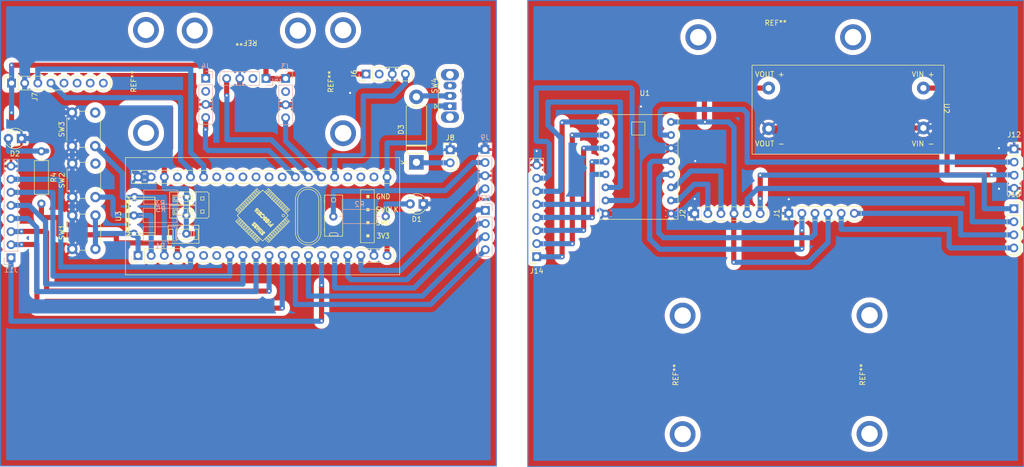
<source format=kicad_pcb>
(kicad_pcb (version 20211014) (generator pcbnew)
  (layers (0 "F.Cu" signal) (31 "B.Cu" signal) (34 "B.Paste" user) (35 "F.Paste" user) (36 "B.SilkS" user "B.Silkscreen") (37 "F.SilkS" user "F.Silkscreen") (38 "B.Mask" user) (39 "F.Mask" user) (44 "Edge.Cuts" user))
  (net 0 "")
  (net 1 "GND")
  (net 2 "Net-(D1-Pad2)")
  (net 3 "Net-(D2-Pad2)")
  (net 4 "Net-(D3-Pad1)")
  (net 5 "Net-(D3-Pad2)")
  (net 8 "/Placa Motores/AO1")
  (net 9 "/Placa Motores/AO2")
  (net 10 "/Placa Motores/VOut")
  (net 11 "/Placa Motores/MA1")
  (net 12 "/Placa Motores/MA2")
  (net 13 "/Placa Motores/BO1")
  (net 14 "/Placa Motores/BO2")
  (net 15 "/Placa Motores/MB1")
  (net 16 "/Placa Motores/MB2")
  (net 17 "/Controlador/3.3v")
  (net 18 "/Controlador/SHARP_C")
  (net 19 "/Controlador/SHARP_I")
  (net 21 "/Controlador/SHARP_D")
  (net 23 "/Controlador/CNY70")
  (net 24 "/Controlador/SCL")
  (net 25 "/Controlador/SDA")
  (net 30 "/Controlador/BTN1")
  (net 31 "/Controlador/VIn")
  (net 32 "/Controlador/BTN2")
  (net 33 "/Controlador/Led")
  (net 34 "/Controlador/BTN3")
  (net 36 "/Controlador/5v")
  (net 37 "/Controlador/MB2")
  (net 38 "/Controlador/MB1")
  (net 39 "/Controlador/MA1")
  (net 40 "/Controlador/MA2")
  (net 41 "/Controlador/PWMB")
  (net 42 "/Controlador/BIN2")
  (net 43 "/Controlador/BIN1")
  (net 44 "/Controlador/STBY")
  (net 45 "/Controlador/AIN1")
  (net 46 "/Controlador/AIN2")
  (net 47 "/Controlador/PWMA")
  (net 48 "/Placa Motores/PWMA")
  (net 49 "/Placa Motores/AIN2")
  (net 50 "/Placa Motores/AIN1")
  (net 51 "/Placa Motores/STBY")
  (net 52 "/Placa Motores/BIN1")
  (net 53 "/Placa Motores/BIN2")
  (net 54 "/Placa Motores/PWMB")
  (net 55 "/Placa Motores/5v")
  (net 56 "/Placa Motores/VIn")
  (footprint "Footprints:YAAJ_BluePill_1" (layer "F.Cu") (at 40.64 62.484 90)
    (fp_text reference "U3")
    (fp_text value "YAAJ_BluePill_Part_Like_SWD_Breakout" hide)
  )
  (footprint "Connector_PinSocket_2.54mm:PinSocket_1x08_P2.54mm_Vertical" (layer "F.Cu") (at 117.9068 62.723 180)
    (fp_text reference "J14")
    (fp_text value "Conn_01x08_Male")
  )
  (footprint "Connector_PinSocket_2.54mm:PinSocket_1x04_P2.54mm_Vertical" (layer "F.Cu") (at 210.4136 53.4008)
    (fp_text reference "J13")
    (fp_text value "Conn_01x04_Male")
  )
  (footprint "Connector_PinHeader_2.54mm:PinHeader_1x04_P2.54mm_Vertical" (layer "F.Cu") (at 84.836 27.2796 90)
    (fp_text reference "J6")
    (fp_text value "Conn_01x04_Male")
  )
  (footprint "propios:SharpHolder" (layer "F.Cu") (at 70.3798 28.7528 90)
    (fp_text reference "REF**")
    (fp_text value "SharpHolder")
  )
  (footprint "Button_Switch_THT:SW_PUSH_6mm" (layer "F.Cu") (at 27.8744 61.2128 90)
    (fp_text reference "SW1")
    (fp_text value "SW_Push")
  )
  (footprint "propios:MotorHolder" (layer "F.Cu") (at 170.925 85.598 90)
    (fp_text reference "REF**")
    (fp_text value "MotorHolder")
  )
  (footprint "propios:BolitaHolder" (layer "F.Cu") (at 164.2364 19.8968)
    (fp_text reference "REF**")
    (fp_text value "BolitaHolder")
  )
  (footprint "Button_Switch_THT:SW_PUSH_6mm" (layer "F.Cu") (at 27.8236 41.2484 90)
    (fp_text reference "SW3")
    (fp_text value "SW_Push")
  )
  (footprint "Connector_PinHeader_2.54mm:PinHeader_1x06_P2.54mm_Vertical" (layer "F.Cu") (at 166.7764 54.3052 90)
    (fp_text reference "J1")
    (fp_text value "Conn_01x06_Female")
  )
  (footprint "propios:SharpHolder" (layer "F.Cu") (at 61.6204 28.8326 180)
    (fp_text reference "REF**")
    (fp_text value "SharpHolder")
  )
  (footprint "Connector_PinSocket_2.54mm:PinSocket_1x04_P2.54mm_Vertical" (layer "F.Cu") (at 210.4644 41.8184)
    (fp_text reference "J12")
    (fp_text value "Conn_01x04_Male")
  )
  (footprint "propios:tb6612fng" (layer "F.Cu") (at 138.868 31.4932)
    (fp_text reference "U1")
    (fp_text value "tb6612fng")
  )
  (footprint "propios:SharpHolder" (layer "F.Cu") (at 32.164 28.7096 90)
    (fp_text reference "REF**")
    (fp_text value "SharpHolder")
  )
  (footprint "Connector_PinSocket_2.54mm:PinSocket_1x08_P2.54mm_Vertical" (layer "F.Cu") (at 16.1186 29.0326 90)
    (fp_text reference "J7")
    (fp_text value "Conn_01x08_Female")
  )
  (footprint "Connector_PinHeader_2.54mm:PinHeader_1x06_P2.54mm_Vertical" (layer "F.Cu") (at 148.5392 54.356 90)
    (fp_text reference "J2")
    (fp_text value "Conn_01x06_Female")
  )
  (footprint "Connector_PinHeader_2.54mm:PinHeader_1x02_P2.54mm_Vertical" (layer "F.Cu") (at 101.1428 41.9608)
    (fp_text reference "J8")
    (fp_text value "Conn_01x02_Male")
  )
  (footprint "LED_THT:LED_D3.0mm" (layer "F.Cu") (at 95.9154 52.4764 180)
    (fp_text reference "D1")
    (fp_text value "LED")
  )
  (footprint "Diode_THT:D_5W_P12.70mm_Horizontal" (layer "F.Cu") (at 94.5896 44.4042 90)
    (fp_text reference "D3")
    (fp_text value "DIODE")
  )
  (footprint "Button_Switch_THT:SW_Slide_1P2T_CK_OS102011MS2Q" (layer "F.Cu") (at 101.092 33.5158 90)
    (fp_text reference "SW4")
    (fp_text value "SW_DPDT_x2")
  )
  (footprint "propios:MotorHolder" (layer "F.Cu") (at 134.7024 85.6488 90)
    (fp_text reference "REF**")
    (fp_text value "MotorHolder")
  )
  (footprint "LED_THT:LED_D3.0mm" (layer "F.Cu") (at 18.039 39.7764 180)
    (fp_text reference "D2")
    (fp_text value "LED")
  )
  (footprint "propios:MT3608" (layer "F.Cu") (at 196.8693 33.9344 -90)
    (fp_text reference "U2")
    (fp_text value "Mt3608")
  )
  (footprint "Resistor_THT:R_Axial_DIN0207_L6.3mm_D2.5mm_P10.16mm_Horizontal" (layer "F.Cu") (at 21.8948 42.2656 -90)
    (fp_text reference "R4")
    (fp_text value "R")
  )
  (footprint "Button_Switch_THT:SW_PUSH_6mm" (layer "F.Cu") (at 27.8744 51.1544 90)
    (fp_text reference "SW2")
    (fp_text value "SW_Push")
  )
  (footprint "Connector_PinHeader_2.54mm:PinHeader_1x04_P2.54mm_Vertical" (layer "B.Cu") (at 107.8992 41.91 180)
    (fp_text reference "J9")
    (fp_text value "Conn_01x04_Male")
  )
  (footprint "Resistor_THT:R_Axial_DIN0207_L6.3mm_D2.5mm_P10.16mm_Horizontal" (layer "B.Cu") (at 88.646 54.9148 180)
    (fp_text reference "R2")
    (fp_text value "R")
  )
  (footprint "Resistor_THT:R_Axial_DIN0207_L6.3mm_D2.5mm_P10.16mm_Horizontal" (layer "B.Cu") (at 39.8272 58.2676)
    (fp_text reference "R1")
    (fp_text value "R")
  )
  (footprint "Connector_PinHeader_2.54mm:PinHeader_1x08_P2.54mm_Vertical" (layer "B.Cu") (at 16.002 62.9262)
    (fp_text reference "J11")
    (fp_text value "Conn_01x08_Male")
  )
  (footprint "Connector_PinHeader_2.54mm:PinHeader_1x04_P2.54mm_Vertical" (layer "B.Cu") (at 107.95 53.7464 180)
    (fp_text reference "J10")
    (fp_text value "Conn_01x04_Male")
  )
  (footprint "Connector_PinHeader_2.54mm:PinHeader_1x04_P2.54mm_Vertical" (layer "B.Cu") (at 65.4304 28.1432 90)
    (fp_text reference "J5")
    (fp_text value "Conn_01x04_Male")
  )
  (footprint "Connector_PinHeader_2.54mm:PinHeader_1x04_P2.54mm_Vertical" (layer "B.Cu") (at 53.7464 28.0924 180)
    (fp_text reference "J4")
    (fp_text value "Conn_01x04_Male")
  )
  (footprint "Resistor_THT:R_Axial_DIN0207_L6.3mm_D2.5mm_P10.16mm_Horizontal" (layer "B.Cu") (at 49.9872 54.7116 180)
    (fp_text reference "R3")
    (fp_text value "R")
  )
  (footprint "Resistor_THT:R_Axial_DIN0207_L6.3mm_D2.5mm_P10.16mm_Horizontal" (layer "B.Cu") (at 39.9288 51.1556)
    (fp_text reference "R5")
    (fp_text value "R")
  )
  (footprint "Connector_PinHeader_2.54mm:PinHeader_1x04_P2.54mm_Vertical" (layer "B.Cu") (at 69.2404 28.1432 180)
    (fp_text reference "J3")
    (fp_text value "Conn_01x04_Male")
  )
  (gr_rect (start 13.97 13.0048) (end 110.0836 103.3272) (layer "B.Cu") (width 0.2) (fill none))
  (gr_rect (start 116.1796 13.0048) (end 212.2932 103.4288) (layer "B.Cu") (width 0.2) (fill none))
  (segment (start 138.684 26.67) (end 118.618 26.67) (width 1) (layer "F.Cu") (net 1))
  (segment (start 148.5392 51.5112) (end 148.6408 51.4096) (width 1) (layer "F.Cu") (net 1))
  (segment (start 166.7256 26.67) (end 138.684 26.67) (width 1) (layer "F.Cu") (net 1))
  (segment (start 69.2404 33.2232) (end 71.628 33.2232) (width 1) (layer "F.Cu") (net 1))
  (segment (start 162.996385 37.7444) (end 162.8693 37.871485) (width 1) (layer "F.Cu") (net 1))
  (segment (start 148.6408 51.4096) (end 148.6408 44.1452) (width 1) (layer "F.Cu") (net 1))
  (segment (start 80.4672 32.2072) (end 81.7372 30.9372) (width 1) (layer "F.Cu") (net 1))
  (segment (start 138.684 26.67) (end 138.1252 27.2288) (width 1) (layer "F.Cu") (net 1))
  (segment (start 72.644 32.2072) (end 80.4672 32.2072) (width 1) (layer "F.Cu") (net 1))
  (segment (start 164.338 37.9476) (end 164.261885 37.871485) (width 1) (layer "F.Cu") (net 1))
  (segment (start 53.7972 33.2232) (end 53.7464 33.1724) (width 1) (layer "F.Cu") (net 1))
  (segment (start 118.618 26.67) (end 117.9068 27.3812) (width 1) (layer "F.Cu") (net 1))
  (segment (start 60.3504 28.1432) (end 60.3504 33.0708) (width 1) (layer "F.Cu") (net 1))
  (segment (start 164.261885 37.871485) (end 162.8693 37.871485) (width 1) (layer "F.Cu") (net 1))
  (segment (start 60.5028 33.2232) (end 53.7972 33.2232) (width 1) (layer "F.Cu") (net 1))
  (segment (start 192.8693 37.7444) (end 166.7256 37.7444) (width 1) (layer "F.Cu") (net 1))
  (segment (start 71.628 33.2232) (end 72.644 32.2072) (width 1) (layer "F.Cu") (net 1))
  (segment (start 138.1252 27.2288) (end 138.1252 33.5788) (width 1) (layer "F.Cu") (net 1))
  (segment (start 164.338 49.1236) (end 164.338 37.9476) (width 1) (layer "F.Cu") (net 1))
  (segment (start 166.7256 37.7444) (end 166.7256 26.67) (width 1) (layer "F.Cu") (net 1))
  (segment (start 207.518 49.53) (end 207.518 41.656) (width 1) (layer "F.Cu") (net 1))
  (segment (start 69.2404 33.2232) (end 60.5028 33.2232) (width 1) (layer "F.Cu") (net 1))
  (segment (start 166.7256 37.7444) (end 162.996385 37.7444) (width 1) (layer "F.Cu") (net 1))
  (segment (start 60.3504 33.0708) (end 60.5028 33.2232) (width 1) (layer "F.Cu") (net 1))
  (segment (start 117.9068 42.2148) (end 117.9068 27.3812) (width 1) (layer "F.Cu") (net 1))
  (segment (start 166.7764 51.562) (end 164.338 49.1236) (width 1) (layer "F.Cu") (net 1))
  (segment (start 143.948 54.3532) (end 131.248 54.3532) (width 1) (layer "F.Cu") (net 1))
  (via (at 166.7764 51.562) (size 0.8) (drill 0.4) (layers "F.Cu" "B.Cu") (net 1))
  (via (at 207.518 41.656) (size 0.8) (drill 0.4) (layers "F.Cu" "B.Cu") (net 1))
  (via (at 81.7372 30.9372) (size 0.8) (drill 0.4) (layers "F.Cu" "B.Cu") (net 1))
  (via (at 117.9068 42.2148) (size 0.8) (drill 0.4) (layers "F.Cu" "B.Cu") (net 1))
  (via (at 138.1252 33.5788) (size 0.8) (drill 0.4) (layers "F.Cu" "B.Cu") (net 1))
  (via (at 148.5392 51.5112) (size 0.8) (drill 0.4) (layers "F.Cu" "B.Cu") (net 1))
  (via (at 148.6408 44.1452) (size 0.8) (drill 0.4) (layers "F.Cu" "B.Cu") (net 1))
  (via (at 207.518 49.53) (size 0.8) (drill 0.4) (layers "F.Cu" "B.Cu") (net 1))
  (segment (start 18.039 39.7764) (end 27.6056 39.7764) (width 1) (layer "B.Cu") (net 1))
  (segment (start 207.518 41.656) (end 207.6804 41.8184) (width 1) (layer "B.Cu") (net 1))
  (segment (start 27.8236 37.9624) (end 27.8236 34.7484) (width 1) (layer "B.Cu") (net 1))
  (segment (start 207.518 49.53) (end 207.6096 49.4384) (width 1) (layer "B.Cu") (net 1))
  (segment (start 106.6292 46.99) (end 107.8992 46.99) (width 1) (layer "B.Cu") (net 1))
  (segment (start 27.8236 38.9128) (end 27.8236 37.9624) (width 1) (layer "B.Cu") (net 1))
  (segment (start 27.8236 34.7484) (end 18.7948 34.7484) (width 1) (layer "B.Cu") (net 1))
  (segment (start 138.3256 41.6532) (end 143.948 41.6532) (width 1) (layer "B.Cu") (net 1))
  (segment (start 89.916 24.3332) (end 83.1088 24.3332) (width 1) (layer "B.Cu") (net 1))
  (segment (start 27.8384 57.4548) (end 27.8744 57.4188) (width 1) (layer "B.Cu") (net 1))
  (segment (start 148.6408 44.1452) (end 148.6408 41.7576) (width 1) (layer "B.Cu") (net 1))
  (segment (start 138.1252 41.4528) (end 138.3256 41.6532) (width 1) (layer "B.Cu") (net 1))
  (segment (start 18.6436 31.8266) (end 18.6586 31.8116) (width 1) (layer "B.Cu") (net 1))
  (segment (start 117.9068 44.943) (end 117.9068 42.2148) (width 1) (layer "B.Cu") (net 1))
  (segment (start 207.518 41.656) (end 207.4672 41.6052) (width 1) (layer "B.Cu") (net 1))
  (segment (start 166.8272 54.356) (end 166.878 54.3052) (width 1) (layer "B.Cu") (net 1))
  (segment (start 143.9508 54.356) (end 143.948 54.3532) (width 1) (layer "B.Cu") (net 1))
  (segment (start 18.6586 29.0326) (end 18.6586 24.5722) (width 1) (layer "B.Cu") (net 1))
  (segment (start 107.8992 24.3332) (end 89.916 24.3332) (width 1) (layer "B.Cu") (net 1))
  (segment (start 43.18 47.244) (end 40.64 47.244) (width 1) (layer "B.Cu") (net 1))
  (segment (start 86.36 59.8424) (end 93.9292 59.8424) (width 1) (layer "B.Cu") (net 1))
  (segment (start 27.8744 54.7128) (end 27.8744 61.2128) (width 1) (layer "B.Cu") (net 1))
  (segment (start 40.64 46.6344) (end 32.9184 38.9128) (width 1) (layer "B.Cu") (net 1))
  (segment (start 18.7948 34.7484) (end 18.6436 34.5972) (width 1) (layer "B.Cu") (net 1))
  (segment (start 81.7372 24.5364) (end 81.534 24.3332) (width 1) (layer "B.Cu") (net 1))
  (segment (start 27.8744 51.1544) (end 27.8744 44.6544) (width 1) (layer "B.Cu") (net 1))
  (segment (start 18.6436 34.5972) (end 18.6436 31.8266) (width 1) (layer "B.Cu") (net 1))
  (segment (start 148.5392 54.356) (end 143.9508 54.356) (width 1) (layer "B.Cu") (net 1))
  (segment (start 89.916 27.2796) (end 89.916 24.3332) (width 1) (layer "B.Cu") (net 1))
  (segment (start 207.4672 41.6052) (end 207.4672 37.592) (width 1) (layer "B.Cu") (net 1))
  (segment (start 93.9292 59.8424) (end 95.9154 57.8562) (width 1) (layer "B.Cu") (net 1))
  (segment (start 81.7372 30.9372) (end 81.7372 24.5364) (width 1) (layer "B.Cu") (net 1))
  (segment (start 148.5364 41.6532) (end 143.948 41.6532) (width 1) (layer "B.Cu") (net 1))
  (segment (start 27.8236 41.2484) (end 27.8236 39.5584) (width 1) (layer "B.Cu") (net 1))
  (segment (start 107.8484 41.9608) (end 107.8992 41.91) (width 1) (layer "B.Cu") (net 1))
  (segment (start 27.8236 39.5584) (end 27.8236 37.9624) (width 1) (layer "B.Cu") (net 1))
  (segment (start 18.8976 24.3332) (end 18.6586 24.5722) (width 1) (layer "B.Cu") (net 1))
  (segment (start 40.64 47.244) (end 40.64 46.6344) (width 1) (layer "B.Cu") (net 1))
  (segment (start 95.9154 52.4764) (end 101.1428 52.4764) (width 1) (layer "B.Cu") (net 1))
  (segment (start 207.4672 37.592) (end 193.0217 37.592) (width 1) (layer "B.Cu") (net 1))
  (segment (start 27.6056 39.7764) (end 27.8236 39.5584) (width 1) (layer "B.Cu") (net 1))
  (segment (start 107.8992 41.91) (end 107.8992 24.3332) (width 1) (layer "B.Cu") (net 1))
  (segment (start 32.9184 38.9128) (end 27.8236 38.9128) (width 1) (layer "B.Cu") (net 1))
  (segment (start 83.1088 24.3332) (end 81.534 24.3332) (width 1) (layer "B.Cu") (net 1))
  (segment (start 27.8744 44.6544) (end 27.8744 41.2992) (width 1) (layer "B.Cu") (net 1))
  (segment (start 101.1428 41.9608) (end 107.8484 41.9608) (width 1) (layer "B.Cu") (net 1))
  (segment (start 138.1252 33.5788) (end 138.1252 41.4528) (width 1) (layer "B.Cu") (net 1))
  (segment (start 18.6586 31.8116) (end 18.6586 29.0326) (width 1) (layer "B.Cu") (net 1))
  (segment (start 148.5392 54.356) (end 148.5392 51.5112) (width 1) (layer "B.Cu") (net 1))
  (segment (start 193.0217 37.592) (end 192.8693 37.7444) (width 1) (layer "B.Cu") (net 1))
  (segment (start 27.8744 41.2992) (end 27.8236 41.2484) (width 1) (layer "B.Cu") (net 1))
  (segment (start 95.9154 57.8562) (end 95.9154 52.4764) (width 1) (layer "B.Cu") (net 1))
  (segment (start 27.8744 57.4188) (end 27.8744 51.1544) (width 1) (layer "B.Cu") (net 1))
  (segment (start 101.1428 52.4764) (end 106.6292 46.99) (width 1) (layer "B.Cu") (net 1))
  (segment (start 86.36 62.484) (end 86.36 59.8424) (width 1) (layer "B.Cu") (net 1))
  (segment (start 81.534 24.3332) (end 18.8976 24.3332) (width 1) (layer "B.Cu") (net 1))
  (segment (start 166.7764 54.3052) (end 166.7764 51.562) (width 1) (layer "B.Cu") (net 1))
  (segment (start 143.9702 54.331) (end 143.948 54.3532) (width 1) (layer "B.Cu") (net 1))
  (segment (start 148.6408 41.7576) (end 148.5364 41.6532) (width 1) (layer "B.Cu") (net 1))
  (segment (start 207.6096 49.4384) (end 210.4644 49.4384) (width 1) (layer "B.Cu") (net 1))
  (segment (start 207.6804 41.8184) (end 210.4644 41.8184) (width 1) (layer "B.Cu") (net 1))
  (segment (start 93.3754 52.4764) (end 88.6968 52.4764) (width 1) (layer "B.Cu") (net 2))
  (segment (start 88.646 52.5272) (end 88.646 54.9148) (width 1) (layer "B.Cu") (net 2))
  (segment (start 88.6968 52.4764) (end 88.646 52.5272) (width 1) (layer "B.Cu") (net 2))
  (segment (start 15.5956 42.2148) (end 15.5448 42.2656) (width 1) (layer "B.Cu") (net 3))
  (segment (start 15.5448 39.8222) (end 15.499 39.7764) (width 1) (layer "B.Cu") (net 3))
  (segment (start 15.499 42.2198) (end 15.499 39.7764) (width 1) (layer "B.Cu") (net 3))
  (segment (start 15.5448 42.2656) (end 15.499 42.2198) (width 1) (layer "B.Cu") (net 3))
  (segment (start 22.9616 42.2148) (end 15.5956 42.2148) (width 1) (layer "B.Cu") (net 3))
  (segment (start 94.6862 44.5008) (end 94.5896 44.4042) (width 1) (layer "B.Cu") (net 4))
  (segment (start 101.1428 44.5008) (end 94.6862 44.5008) (width 1) (layer "B.Cu") (net 4))
  (segment (start 94.778 31.5158) (end 94.5896 31.7042) (width 1) (layer "B.Cu") (net 5))
  (segment (start 101.092 31.5158) (end 94.778 31.5158) (width 1) (layer "B.Cu") (net 5))
  (segment (start 169.3164 61.1632) (end 169.3164 57.6072) (width 1) (layer "F.Cu") (net 8))
  (via (at 169.3164 61.1632) (size 0.8) (drill 0.4) (layers "F.Cu" "B.Cu") (net 8))
  (via (at 169.3164 57.6072) (size 0.8) (drill 0.4) (layers "F.Cu" "B.Cu") (net 8))
  (segment (start 169.3164 57.6072) (end 169.3164 54.3052) (width 1) (layer "B.Cu") (net 8))
  (segment (start 140.3632 44.1932) (end 143.948 44.1932) (width 1) (layer "B.Cu") (net 8))
  (segment (start 139.8016 59.2836) (end 139.8016 44.7548) (width 1) (layer "B.Cu") (net 8))
  (segment (start 139.8016 44.7548) (end 140.3632 44.1932) (width 1) (layer "B.Cu") (net 8))
  (segment (start 141.7828 61.2648) (end 139.8016 59.2836) (width 1) (layer "B.Cu") (net 8))
  (segment (start 169.2148 61.2648) (end 141.7828 61.2648) (width 1) (layer "B.Cu") (net 8))
  (segment (start 169.3164 61.1632) (end 169.2148 61.2648) (width 1) (layer "B.Cu") (net 8))
  (segment (start 171.8564 58.2676) (end 171.8564 54.3052) (width 1) (layer "B.Cu") (net 9))
  (segment (start 171.0944 59.0296) (end 171.8564 58.2676) (width 1) (layer "B.Cu") (net 9))
  (segment (start 143.948 46.7332) (end 142.3444 46.7332) (width 1) (layer "B.Cu") (net 9))
  (segment (start 142.3444 46.7332) (end 141.5796 47.498) (width 1) (layer "B.Cu") (net 9))
  (segment (start 142.494 59.0296) (end 171.0944 59.0296) (width 1) (layer "B.Cu") (net 9))
  (segment (start 141.5796 58.1152) (end 142.494 59.0296) (width 1) (layer "B.Cu") (net 9))
  (segment (start 141.5796 47.498) (end 141.5796 58.1152) (width 1) (layer "B.Cu") (net 9))
  (segment (start 162.8693 29.997315) (end 150.698115 29.997315) (width 1) (layer "F.Cu") (net 10))
  (segment (start 156.1084 54.4068) (end 156.1592 54.356) (width 1) (layer "F.Cu") (net 10))
  (segment (start 150.4188 30.27663) (end 150.4188 36.4744) (width 1) (layer "F.Cu") (net 10))
  (segment (start 150.4188 36.4744) (end 150.5176 36.5732) (width 1) (layer "F.Cu") (net 10))
  (segment (start 156.1084 63.8048) (end 156.1084 54.4068) (width 1) (layer "F.Cu") (net 10))
  (segment (start 150.698115 29.997315) (end 150.4188 30.27663) (width 1) (layer "F.Cu") (net 10))
  (via (at 156.1084 63.8048) (size 0.8) (drill 0.4) (layers "F.Cu" "B.Cu") (net 10))
  (via (at 150.5176 36.5732) (size 0.8) (drill 0.4) (layers "F.Cu" "B.Cu") (net 10))
  (segment (start 150.5176 36.5732) (end 143.948 36.5732) (width 1) (layer "B.Cu") (net 10))
  (segment (start 156.1592 37.6428) (end 155.0896 36.5732) (width 1) (layer "B.Cu") (net 10))
  (segment (start 174.3964 59.944) (end 174.3964 54.3052) (width 1) (layer "B.Cu") (net 10))
  (segment (start 170.5356 63.8048) (end 174.3964 59.944) (width 1) (layer "B.Cu") (net 10))
  (segment (start 156.1592 54.356) (end 156.1592 37.6428) (width 1) (layer "B.Cu") (net 10))
  (segment (start 155.0896 36.5732) (end 150.5176 36.5732) (width 1) (layer "B.Cu") (net 10))
  (segment (start 156.1084 63.8048) (end 170.5356 63.8048) (width 1) (layer "B.Cu") (net 10))
  (segment (start 197.866 60.7568) (end 197.866 57.404) (width 1) (layer "B.Cu") (net 11))
  (segment (start 198.13 61.0208) (end 197.866 60.7568) (width 1) (layer "B.Cu") (net 11))
  (segment (start 197.866 57.404) (end 176.9364 57.404) (width 1) (layer "B.Cu") (net 11))
  (segment (start 210.566 61.0616) (end 210.5152 61.0108) (width 1) (layer "B.Cu") (net 11))
  (segment (start 210.4136 61.0208) (end 198.13 61.0208) (width 1) (layer "B.Cu") (net 11))
  (segment (start 176.9364 57.404) (end 176.9364 54.3052) (width 1) (layer "B.Cu") (net 11))
  (segment (start 210.566 58.5216) (end 210.5152 58.4708) (width 1) (layer "B.Cu") (net 12))
  (segment (start 200.1012 58.4708) (end 200.1012 54.3052) (width 1) (layer "B.Cu") (net 12))
  (segment (start 210.4136 58.4808) (end 200.1112 58.4808) (width 1) (layer "B.Cu") (net 12))
  (segment (start 200.1112 58.4808) (end 200.1012 58.4708) (width 1) (layer "B.Cu") (net 12))
  (segment (start 200.1012 54.3052) (end 179.4764 54.3052) (width 1) (layer "B.Cu") (net 12))
  (segment (start 148.4376 48.6664) (end 151.0792 48.6664) (width 1) (layer "B.Cu") (net 13))
  (segment (start 151.0792 48.6664) (end 151.0792 54.356) (width 1) (layer "B.Cu") (net 13))
  (segment (start 143.948 51.8132) (end 145.2908 51.8132) (width 1) (layer "B.Cu") (net 13))
  (segment (start 145.2908 51.8132) (end 148.4376 48.6664) (width 1) (layer "B.Cu") (net 13))
  (segment (start 153.6192 46.0756) (end 153.6192 54.356) (width 1) (layer "B.Cu") (net 14))
  (segment (start 144.5796 49.2732) (end 147.7772 46.0756) (width 1) (layer "B.Cu") (net 14))
  (segment (start 147.7772 46.0756) (end 153.6192 46.0756) (width 1) (layer "B.Cu") (net 14))
  (segment (start 143.948 49.2732) (end 144.5796 49.2732) (width 1) (layer "B.Cu") (net 14))
  (segment (start 202.2348 49.4792) (end 160.762023 49.4792) (width 1) (layer "B.Cu") (net 15))
  (segment (start 202.3364 55.9408) (end 202.3364 49.5808) (width 1) (layer "B.Cu") (net 15))
  (segment (start 158.6992 51.542023) (end 158.6992 54.356) (width 1) (layer "B.Cu") (net 15))
  (segment (start 210.4136 55.9408) (end 202.3364 55.9408) (width 1) (layer "B.Cu") (net 15))
  (segment (start 160.762023 49.4792) (end 158.6992 51.542023) (width 1) (layer "B.Cu") (net 15))
  (segment (start 202.3364 49.5808) (end 202.2348 49.4792) (width 1) (layer "B.Cu") (net 15))
  (segment (start 161.2392 46.8884) (end 161.2392 51.4604) (width 1) (layer "F.Cu") (net 16))
  (via (at 161.2392 46.8884) (size 0.8) (drill 0.4) (layers "F.Cu" "B.Cu") (net 16))
  (via (at 161.2392 51.4604) (size 0.8) (drill 0.4) (layers "F.Cu" "B.Cu") (net 16))
  (segment (start 161.2392 51.4604) (end 161.2392 54.356) (width 1) (layer "B.Cu") (net 16))
  (segment (start 204.6732 46.8884) (end 204.6732 53.4008) (width 1) (layer "B.Cu") (net 16))
  (segment (start 161.2392 46.8884) (end 204.6732 46.8884) (width 1) (layer "B.Cu") (net 16))
  (segment (start 204.6732 53.4008) (end 210.4136 53.4008) (width 1) (layer "B.Cu") (net 16))
  (segment (start 38.5064 33.8836) (end 46.9392 33.8836) (width 1) (layer "F.Cu") (net 17))
  (segment (start 46.9392 41.7068) (end 45.72 42.926) (width 1) (layer "F.Cu") (net 17))
  (segment (start 52.5272 25.5524) (end 65.4304 25.5524) (width 1) (layer "F.Cu") (net 17))
  (segment (start 53.9496 25.5524) (end 53.7464 25.7556) (width 1) (layer "F.Cu") (net 17))
  (segment (start 45.72 42.926) (end 45.72 47.244) (width 1) (layer "F.Cu") (net 17))
  (segment (start 16.1036 25.5524) (end 53.9496 25.5524) (width 1) (layer "F.Cu") (net 17))
  (segment (start 53.7464 25.7556) (end 53.7464 28.0924) (width 1) (layer "F.Cu") (net 17))
  (segment (start 35.1028 37.2872) (end 38.5064 33.8836) (width 1) (layer "F.Cu") (net 17))
  (segment (start 46.9392 33.8836) (end 46.9392 41.7068) (width 1) (layer "F.Cu") (net 17))
  (segment (start 70.104 27.2796) (end 84.836 27.2796) (width 1) (layer "F.Cu") (net 17))
  (segment (start 88.9 58.2676) (end 49.9872 58.2676) (width 1) (layer "F.Cu") (net 17))
  (segment (start 88.9 62.484) (end 88.9 58.2676) (width 1) (layer "F.Cu") (net 17))
  (segment (start 65.4304 25.5524) (end 65.4304 28.1432) (width 1) (layer "F.Cu") (net 17))
  (segment (start 16.1036 37.2872) (end 35.1028 37.2872) (width 1) (layer "F.Cu") (net 17))
  (segment (start 16.1036 34.7472) (end 16.1036 37.2872) (width 1) (layer "F.Cu") (net 17))
  (segment (start 69.2404 28.1432) (end 65.4304 28.1432) (width 1) (layer "F.Cu") (net 17))
  (segment (start 69.2404 28.1432) (end 70.104 27.2796) (width 1) (layer "F.Cu") (net 17))
  (via (at 16.1036 34.7472) (size 0.8) (drill 0.4) (layers "F.Cu" "B.Cu") (net 17))
  (via (at 16.1036 25.5524) (size 0.8) (drill 0.4) (layers "F.Cu" "B.Cu") (net 17))
  (via (at 16.1036 34.7472) (size 0.8) (drill 0.4) (layers "F.Cu" "B.Cu") (net 17))
  (segment (start 49.9872 51.2572) (end 50.038 51.2064) (width 1) (layer "B.Cu") (net 17))
  (segment (start 16.1036 31.8266) (end 16.1186 31.8116) (width 1) (layer "B.Cu") (net 17))
  (segment (start 50.038 49.53) (end 45.72 49.53) (width 1) (layer "B.Cu") (net 17))
  (segment (start 50.038 51.2064) (end 50.038 49.53) (width 1) (layer "B.Cu") (net 17))
  (segment (start 16.1186 25.5674) (end 16.1186 29.0326) (width 1) (layer "B.Cu") (net 17))
  (segment (start 16.1036 25.5524) (end 16.1186 25.5674) (width 1) (layer "B.Cu") (net 17))
  (segment (start 16.1186 31.8116) (end 16.1186 29.0326) (width 1) (layer "B.Cu") (net 17))
  (segment (start 49.9872 58.2168) (end 49.9872 51.2572) (width 1) (layer "B.Cu") (net 17))
  (segment (start 16.1036 34.7472) (end 16.1036 31.8266) (width 1) (layer "B.Cu") (net 17))
  (segment (start 45.72 49.53) (end 45.72 47.244) (width 1) (layer "B.Cu") (net 17))
  (segment (start 57.8104 31.4452) (end 57.8104 28.1432) (width 1) (layer "F.Cu") (net 18))
  (via (at 57.8104 31.4452) (size 0.8) (drill 0.4) (layers "F.Cu" "B.Cu") (net 18))
  (segment (start 73.66 47.244) (end 66.4464 40.0304) (width 1) (layer "B.Cu") (net 18))
  (segment (start 57.8612 31.496) (end 57.8104 31.4452) (width 1) (layer "B.Cu") (net 18))
  (segment (start 66.4464 40.0304) (end 57.8612 40.0304) (width 1) (layer "B.Cu") (net 18))
  (segment (start 57.8612 40.0304) (end 57.8612 31.496) (width 1) (layer "B.Cu") (net 18))
  (segment (start 53.7464 37.9984) (end 53.7464 35.7124) (width 1) (layer "F.Cu") (net 19))
  (segment (start 53.6956 38.0492) (end 53.7464 37.9984) (width 1) (layer "F.Cu") (net 19))
  (via (at 53.6956 38.0492) (size 0.8) (drill 0.4) (layers "F.Cu" "B.Cu") (net 19))
  (via (at 53.6956 38.0492) (size 0.8) (drill 0.4) (layers "F.Cu" "B.Cu") (net 19))
  (segment (start 53.6956 41.6052) (end 54.2036 42.1132) (width 1) (layer "B.Cu") (net 19))
  (segment (start 53.6956 37.9984) (end 53.6956 41.6052) (width 1) (layer "B.Cu") (net 19))
  (segment (start 65.9892 42.1132) (end 71.12 47.244) (width 1) (layer "B.Cu") (net 19))
  (segment (start 54.2036 42.1132) (end 65.9892 42.1132) (width 1) (layer "B.Cu") (net 19))
  (segment (start 76.0984 47.1424) (end 76.2 47.244) (width 1) (layer "B.Cu") (net 21))
  (segment (start 69.2404 40.2844) (end 76.2 47.244) (width 1) (layer "B.Cu") (net 21))
  (segment (start 69.2404 35.7632) (end 69.2404 40.2844) (width 1) (layer "B.Cu") (net 21))
  (segment (start 90.0176 31.5468) (end 84.2872 31.5468) (width 1) (layer "B.Cu") (net 23))
  (segment (start 84.2872 31.5468) (end 84.2872 42.7128) (width 1) (layer "B.Cu") (net 23))
  (segment (start 92.456 29.1084) (end 90.0176 31.5468) (width 1) (layer "B.Cu") (net 23))
  (segment (start 84.2872 42.7128) (end 83.8708 43.1292) (width 1) (layer "B.Cu") (net 23))
  (segment (start 83.8708 43.1292) (end 78.74 43.1292) (width 1) (layer "B.Cu") (net 23))
  (segment (start 92.456 27.2796) (end 92.456 29.1084) (width 1) (layer "B.Cu") (net 23))
  (segment (start 78.74 43.1292) (end 78.74 47.244) (width 1) (layer "B.Cu") (net 23))
  (segment (start 53.34 45.0088) (end 50.8508 42.5196) (width 1) (layer "B.Cu") (net 24))
  (segment (start 50.8508 26.3144) (end 21.1986 26.3144) (width 1) (layer "B.Cu") (net 24))
  (segment (start 53.34 47.244) (end 53.34 45.0088) (width 1) (layer "B.Cu") (net 24))
  (segment (start 21.1986 29.0326) (end 21.1836 29.0176) (width 1) (layer "B.Cu") (net 24))
  (segment (start 21.1986 26.3144) (end 21.1986 29.0326) (width 1) (layer "B.Cu") (net 24))
  (segment (start 50.8508 42.5196) (end 50.8508 26.3144) (width 1) (layer "B.Cu") (net 24))
  (segment (start 50.8 45.8724) (end 48.8696 43.942) (width 1) (layer "B.Cu") (net 25))
  (segment (start 48.8696 43.942) (end 48.8696 31.8516) (width 1) (layer "B.Cu") (net 25))
  (segment (start 48.8696 31.8516) (end 26.5576 31.8516) (width 1) (layer "B.Cu") (net 25))
  (segment (start 50.8 47.244) (end 50.8 45.8724) (width 1) (layer "B.Cu") (net 25))
  (segment (start 26.5576 31.8516) (end 23.7386 29.0326) (width 1) (layer "B.Cu") (net 25))
  (segment (start 40.64 59.0296) (end 39.8272 58.2168) (width 1) (layer "B.Cu") (net 30))
  (segment (start 32.4908 58.2168) (end 32.3744 58.3332) (width 1) (layer "B.Cu") (net 30))
  (segment (start 32.3744 61.2128) (end 32.3744 58.3332) (width 1) (layer "B.Cu") (net 30))
  (segment (start 32.3744 58.3332) (end 32.3744 54.7128) (width 1) (layer "B.Cu") (net 30))
  (segment (start 40.64 62.484) (end 40.64 59.0296) (width 1) (layer "B.Cu") (net 30))
  (segment (start 39.8272 58.2168) (end 32.4908 58.2168) (width 1) (layer "B.Cu") (net 30))
  (segment (start 100.2528 33.4772) (end 97.0788 33.4772) (width 1) (layer "B.Cu") (net 31))
  (segment (start 100.2914 33.5158) (end 100.2528 33.4772) (width 1) (layer "B.Cu") (net 31))
  (segment (start 78.486 50.038) (end 78.5368 49.9872) (width 1) (layer "B.Cu") (net 31))
  (segment (start 107.8992 44.45) (end 105.6132 44.45) (width 1) (layer "B.Cu") (net 31))
  (segment (start 101.092 33.5158) (end 100.2914 33.5158) (width 1) (layer "B.Cu") (net 31))
  (segment (start 96.9772 40.64) (end 88.9508 40.64) (width 1) (layer "B.Cu") (net 31))
  (segment (start 97.0788 40.5384) (end 96.9772 40.64) (width 1) (layer "B.Cu") (net 31))
  (segment (start 88.9 48.3616) (end 88.9 49.8856) (width 1) (layer "B.Cu") (net 31))
  (segment (start 100.1776 49.8856) (end 88.9 49.8856) (width 1) (layer "B.Cu") (net 31))
  (segment (start 88.7984 49.9872) (end 78.5368 49.9872) (width 1) (layer "B.Cu") (net 31))
  (segment (start 105.6132 44.45) (end 100.1776 49.8856) (width 1) (layer "B.Cu") (net 31))
  (segment (start 88.91 48.3716) (end 88.9 48.3616) (width 1) (layer "B.Cu") (net 31))
  (segment (start 88.9 49.8856) (end 88.7984 49.9872) (width 1) (layer "B.Cu") (net 31))
  (segment (start 97.0788 33.4772) (end 97.0788 40.5384) (width 1) (layer "B.Cu") (net 31))
  (segment (start 88.9 47.244) (end 88.9 40.6908) (width 1) (layer "B.Cu") (net 31))
  (segment (start 88.9 48.3616) (end 88.9 47.244) (width 1) (layer "B.Cu") (net 31))
  (segment (start 78.486 54.9148) (end 78.486 50.038) (width 1) (layer "B.Cu") (net 31))
  (segment (start 88.9 40.6908) (end 88.9508 40.64) (width 1) (layer "B.Cu") (net 31))
  (segment (start 43.18 62.484) (end 43.18 54.8132) (width 1) (layer "B.Cu") (net 32))
  (segment (start 35.508 51.1544) (end 32.3744 51.1544) (width 1) (layer "B.Cu") (net 32))
  (segment (start 35.7632 51.4096) (end 35.508 51.1544) (width 1) (layer "B.Cu") (net 32))
  (segment (start 35.9664 54.7116) (end 35.7632 54.5084) (width 1) (layer "B.Cu") (net 32))
  (segment (start 43.18 54.8132) (end 43.0784 54.7116) (width 1) (layer "B.Cu") (net 32))
  (segment (start 43.0784 54.7116) (end 39.878 54.7116) (width 1) (layer "B.Cu") (net 32))
  (segment (start 35.7632 54.5084) (end 35.7632 51.4096) (width 1) (layer "B.Cu") (net 32))
  (segment (start 39.878 54.7116) (end 35.9664 54.7116) (width 1) (layer "B.Cu") (net 32))
  (segment (start 48.26 60.3504) (end 47.9552 60.0456) (width 1) (layer "F.Cu") (net 33))
  (segment (start 36.4236 58.4708) (end 25.2476 58.4708) (width 1) (layer "F.Cu") (net 33))
  (segment (start 48.26 62.484) (end 48.26 60.3504) (width 1) (layer "F.Cu") (net 33))
  (segment (start 36.4236 60.0456) (end 36.4236 58.4708) (width 1) (layer "F.Cu") (net 33))
  (segment (start 47.9552 60.0456) (end 36.4236 60.0456) (width 1) (layer "F.Cu") (net 33))
  (segment (start 25.2476 58.4708) (end 25.2476 55.118) (width 1) (layer "F.Cu") (net 33))
  (segment (start 25.2476 55.118) (end 21.8948 55.118) (width 1) (layer "F.Cu") (net 33))
  (segment (start 21.8948 55.118) (end 21.8948 52.4256) (width 1) (layer "F.Cu") (net 33))
  (segment (start 37.592 46.5168) (end 32.3236 41.2484) (width 1) (layer "B.Cu") (net 34))
  (segment (start 45.6692 51.2064) (end 37.6936 51.2064) (width 1) (layer "B.Cu") (net 34))
  (segment (start 37.592 51.1048) (end 37.592 46.5168) (width 1) (layer "B.Cu") (net 34))
  (segment (start 45.72 62.484) (end 45.72 51.1556) (width 1) (layer "B.Cu") (net 34))
  (segment (start 45.72 51.1556) (end 45.6692 51.2064) (width 1) (layer "B.Cu") (net 34))
  (segment (start 37.6936 51.2064) (end 37.592 51.1048) (width 1) (layer "B.Cu") (net 34))
  (segment (start 107.8992 49.53) (end 107.3404 49.53) (width 1) (layer "B.Cu") (net 36))
  (segment (start 107.3404 49.53) (end 91.4908 65.3796) (width 1) (layer "B.Cu") (net 36))
  (segment (start 91.4908 65.3796) (end 84.074 65.3796) (width 1) (layer "B.Cu") (net 36))
  (segment (start 83.82 65.1256) (end 83.82 62.484) (width 1) (layer "B.Cu") (net 36))
  (segment (start 84.074 65.3796) (end 83.82 65.1256) (width 1) (layer "B.Cu") (net 36))
  (segment (start 81.28 62.484) (end 81.28 66.548) (width 1) (layer "B.Cu") (net 37))
  (segment (start 81.8896 67.1576) (end 92.7608 67.1576) (width 1) (layer "B.Cu") (net 37))
  (segment (start 106.2736 53.6448) (end 107.8484 53.6448) (width 1) (layer "B.Cu") (net 37))
  (segment (start 107.8484 53.6448) (end 107.95 53.7464) (width 1) (layer "B.Cu") (net 37))
  (segment (start 81.28 66.548) (end 81.8896 67.1576) (width 1) (layer "B.Cu") (net 37))
  (segment (start 92.7608 67.1576) (end 106.2736 53.6448) (width 1) (layer "B.Cu") (net 37))
  (segment (start 78.74 68.7324) (end 78.7908 68.7832) (width 1) (layer "B.Cu") (net 38))
  (segment (start 94.1524 68.7832) (end 106.6492 56.2864) (width 1) (layer "B.Cu") (net 38))
  (segment (start 78.7908 68.7832) (end 94.1524 68.7832) (width 1) (layer "B.Cu") (net 38))
  (segment (start 78.74 62.484) (end 78.74 68.7324) (width 1) (layer "B.Cu") (net 38))
  (segment (start 106.6492 56.2864) (end 107.95 56.2864) (width 1) (layer "B.Cu") (net 38))
  (segment (start 107.95 61.3664) (end 97.3328 71.9836) (width 1) (layer "B.Cu") (net 39))
  (segment (start 97.3328 71.9836) (end 71.12 71.9836) (width 1) (layer "B.Cu") (net 39))
  (segment (start 71.12 71.9836) (end 71.12 62.484) (width 1) (layer "B.Cu") (net 39))
  (segment (start 73.66 70.358) (end 73.66 62.484) (width 1) (layer "B.Cu") (net 40))
  (segment (start 107.95 58.8264) (end 107.2896 58.8264) (width 1) (layer "B.Cu") (net 40))
  (segment (start 107.2896 58.8264) (end 95.758 70.358) (width 1) (layer "B.Cu") (net 40))
  (segment (start 95.758 70.358) (end 73.66 70.358) (width 1) (layer "B.Cu") (net 40))
  (segment (start 50.8 62.484) (end 50.8 64.7192) (width 1) (layer "B.Cu") (net 41))
  (segment (start 24.9786 47.6862) (end 16.002 47.6862) (width 1) (layer "B.Cu") (net 41))
  (segment (start 25.654 64.7192) (end 25.654 48.3616) (width 1) (layer "B.Cu") (net 41))
  (segment (start 25.654 48.3616) (end 24.9786 47.6862) (width 1) (layer "B.Cu") (net 41))
  (segment (start 50.8 64.7192) (end 25.654 64.7192) (width 1) (layer "B.Cu") (net 41))
  (segment (start 24.13 66.4464) (end 24.13 50.3428) (width 1) (layer "B.Cu") (net 42))
  (segment (start 17.8308 50.2412) (end 17.8158 50.2262) (width 1) (layer "B.Cu") (net 42))
  (segment (start 24.13 50.3428) (end 24.0284 50.2412) (width 1) (layer "B.Cu") (net 42))
  (segment (start 24.0284 50.2412) (end 17.8308 50.2412) (width 1) (layer "B.Cu") (net 42))
  (segment (start 17.8158 50.2262) (end 16.002 50.2262) (width 1) (layer "B.Cu") (net 42))
  (segment (start 58.42 66.4464) (end 24.2316 66.4464) (width 1) (layer "B.Cu") (net 42))
  (segment (start 24.1808 66.4972) (end 24.13 66.4464) (width 1) (layer "B.Cu") (net 42))
  (segment (start 58.42 62.484) (end 58.42 66.4464) (width 1) (layer "B.Cu") (net 42))
  (segment (start 24.2316 66.4464) (end 24.1808 66.4972) (width 1) (layer "B.Cu") (net 42))
  (segment (start 22.7076 68.0212) (end 60.96 68.0212) (width 1) (layer "B.Cu") (net 43))
  (segment (start 60.96 68.0212) (end 60.96 62.484) (width 1) (layer "B.Cu") (net 43))
  (segment (start 16.002 52.7662) (end 19.543 52.7662) (width 1) (layer "B.Cu") (net 43))
  (segment (start 19.543 52.7662) (end 22.7076 55.9308) (width 1) (layer "B.Cu") (net 43))
  (segment (start 22.7076 55.9308) (end 22.7076 68.0212) (width 1) (layer "B.Cu") (net 43))
  (segment (start 63.5 69.4944) (end 20.9804 69.4944) (width 1) (layer "B.Cu") (net 44))
  (segment (start 19.2382 55.3062) (end 16.002 55.3062) (width 1) (layer "B.Cu") (net 44))
  (segment (start 20.9804 69.4944) (end 20.9804 57.0484) (width 1) (layer "B.Cu") (net 44))
  (segment (start 63.5 62.484) (end 63.5 69.4944) (width 1) (layer "B.Cu") (net 44))
  (segment (start 20.9804 57.0484) (end 19.2382 55.3062) (width 1) (layer "B.Cu") (net 44))
  (segment (start 66.04 69.3928) (end 22.9108 69.3928) (width 1) (layer "F.Cu") (net 45))
  (segment (start 22.7584 57.8104) (end 18.034 57.8104) (width 1) (layer "F.Cu") (net 45))
  (segment (start 22.9108 57.9628) (end 22.7584 57.8104) (width 1) (layer "F.Cu") (net 45))
  (segment (start 22.9108 69.3928) (end 22.9108 57.9628) (width 1) (layer "F.Cu") (net 45))
  (via (at 18.034 57.8104) (size 0.8) (drill 0.4) (layers "F.Cu" "B.Cu") (net 45))
  (via (at 66.04 69.3928) (size 0.8) (drill 0.4) (layers "F.Cu" "B.Cu") (net 45))
  (segment (start 66.04 69.3928) (end 65.9892 69.4436) (width 1) (layer "B.Cu") (net 45))
  (segment (start 66.04 62.484) (end 66.04 69.3928) (width 1) (layer "B.Cu") (net 45))
  (segment (start 16.002 57.8462) (end 17.9982 57.8462) (width 1) (layer "B.Cu") (net 45))
  (segment (start 17.9982 57.8462) (end 18.034 57.8104) (width 1) (layer "B.Cu") (net 45))
  (segment (start 21.0312 60.3504) (end 21.0312 72.6948) (width 1) (layer "F.Cu") (net 46))
  (segment (start 18.034 60.3504) (end 21.0312 60.3504) (width 1) (layer "F.Cu") (net 46))
  (segment (start 21.0312 72.6948) (end 68.58 72.6948) (width 1) (layer "F.Cu") (net 46))
  (via (at 68.58 72.6948) (size 0.8) (drill 0.4) (layers "F.Cu" "B.Cu") (net 46))
  (via (at 18.034 60.3504) (size 0.8) (drill 0.4) (layers "F.Cu" "B.Cu") (net 46))
  (segment (start 16.002 60.3862) (end 17.9982 60.3862) (width 1) (layer "B.Cu") (net 46))
  (segment (start 68.58 62.484) (end 68.58 72.6948) (width 1) (layer "B.Cu") (net 46))
  (segment (start 17.9982 60.3862) (end 18.034 60.3504) (width 1) (layer "B.Cu") (net 46))
  (segment (start 76.2 75.184) (end 76.2 68.2244) (width 1) (layer "F.Cu") (net 47))
  (via (at 76.2 68.2244) (size 0.8) (drill 0.4) (layers "F.Cu" "B.Cu") (net 47))
  (via (at 76.2 75.184) (size 0.8) (drill 0.4) (layers "F.Cu" "B.Cu") (net 47))
  (segment (start 76.2 62.484) (end 76.2 68.2244) (width 1) (layer "B.Cu") (net 47))
  (segment (start 76.2 75.184) (end 76.1492 75.2348) (width 1) (layer "B.Cu") (net 47))
  (segment (start 16.002 75.2348) (end 16.002 62.9262) (width 1) (layer "B.Cu") (net 47))
  (segment (start 76.1492 75.2348) (end 16.002 75.2348) (width 1) (layer "B.Cu") (net 47))
  (segment (start 122.8344 62.738) (end 122.8344 36.6776) (width 1) (layer "F.Cu") (net 48))
  (via (at 122.8344 62.738) (size 0.8) (drill 0.4) (layers "F.Cu" "B.Cu") (net 48))
  (via (at 122.8344 36.6776) (size 0.8) (drill 0.4) (layers "F.Cu" "B.Cu") (net 48))
  (segment (start 122.8344 62.738) (end 117.9218 62.738) (width 1) (layer "B.Cu") (net 48))
  (segment (start 131.248 36.5732) (end 122.9388 36.5732) (width 1) (layer "B.Cu") (net 48))
  (segment (start 122.9388 36.5732) (end 122.8344 36.6776) (width 1) (layer "B.Cu") (net 48))
  (segment (start 117.9218 62.738) (end 117.9068 62.723) (width 1) (layer "B.Cu") (net 48))
  (segment (start 124.8156 39.1668) (end 124.7648 39.116) (width 1) (layer "F.Cu") (net 49))
  (segment (start 124.8156 60.198) (end 124.8156 39.1668) (width 1) (layer "F.Cu") (net 49))
  (via (at 124.7648 39.116) (size 0.8) (drill 0.4) (layers "F.Cu" "B.Cu") (net 49))
  (via (at 124.8156 60.198) (size 0.8) (drill 0.4) (layers "F.Cu" "B.Cu") (net 49))
  (segment (start 117.9218 60.198) (end 117.9068 60.183) (width 1) (layer "B.Cu") (net 49))
  (segment (start 124.8156 60.198) (end 117.9218 60.198) (width 1) (layer "B.Cu") (net 49))
  (segment (start 124.7648 39.116) (end 131.2452 39.116) (width 1) (layer "B.Cu") (net 49))
  (segment (start 131.2452 39.116) (end 131.248 39.1132) (width 1) (layer "B.Cu") (net 49))
  (segment (start 127 41.7068) (end 127.0508 41.656) (width 1) (layer "F.Cu") (net 50))
  (segment (start 127 57.6072) (end 127 41.7068) (width 1) (layer "F.Cu") (net 50))
  (via (at 127 57.6072) (size 0.8) (drill 0.4) (layers "F.Cu" "B.Cu") (net 50))
  (via (at 127.0508 41.656) (size 0.8) (drill 0.4) (layers "F.Cu" "B.Cu") (net 50))
  (segment (start 127 57.6072) (end 117.9426 57.6072) (width 1) (layer "B.Cu") (net 50))
  (segment (start 131.2452 41.656) (end 131.248 41.6532) (width 1) (layer "B.Cu") (net 50))
  (segment (start 127.0508 41.656) (end 131.2452 41.656) (width 1) (layer "B.Cu") (net 50))
  (segment (start 117.9426 57.6072) (end 117.9068 57.643) (width 1) (layer "B.Cu") (net 50))
  (segment (start 128.6764 55.118) (end 128.6764 44.3484) (width 1) (layer "F.Cu") (net 51))
  (segment (start 128.6764 44.3484) (end 128.6256 44.2976) (width 1) (layer "F.Cu") (net 51))
  (via (at 128.6256 44.2976) (size 0.8) (drill 0.4) (layers "F.Cu" "B.Cu") (net 51))
  (via (at 128.6764 55.118) (size 0.8) (drill 0.4) (layers "F.Cu" "B.Cu") (net 51))
  (segment (start 128.6614 55.103) (end 128.6764 55.118) (width 1) (layer "B.Cu") (net 51))
  (segment (start 117.9068 55.103) (end 128.6614 55.103) (width 1) (layer "B.Cu") (net 51))
  (segment (start 131.1436 44.2976) (end 131.248 44.1932) (width 1) (layer "B.Cu") (net 51))
  (segment (start 128.6256 44.2976) (end 131.1436 44.2976) (width 1) (layer "B.Cu") (net 51))
  (segment (start 131.248 46.7332) (end 128.6284 46.7332) (width 1) (layer "B.Cu") (net 52))
  (segment (start 128.539 52.563) (end 128.6256 52.4764) (width 1) (layer "B.Cu") (net 52))
  (segment (start 128.6284 46.7332) (end 128.6256 46.736) (width 1) (layer "B.Cu") (net 52))
  (segment (start 128.6256 52.4764) (end 128.6256 46.736) (width 1) (layer "B.Cu") (net 52))
  (segment (start 117.9068 52.563) (end 128.539 52.563) (width 1) (layer "B.Cu") (net 52))
  (segment (start 133.9116 49.2732) (end 134.112 49.0728) (width 1) (layer "B.Cu") (net 53))
  (segment (start 131.248 49.2732) (end 133.9116 49.2732) (width 1) (layer "B.Cu") (net 53))
  (segment (start 134.112 32.7152) (end 120.0912 32.7152) (width 1) (layer "B.Cu") (net 53))
  (segment (start 120.0912 32.7152) (end 120.0912 37.1856) (width 1) (layer "B.Cu") (net 53))
  (segment (start 122.5804 49.7332) (end 122.5804 39.6748) (width 1) (layer "B.Cu") (net 53))
  (segment (start 120.0912 37.1856) (end 122.5804 39.6748) (width 1) (layer "B.Cu") (net 53))
  (segment (start 117.9068 50.023) (end 122.2906 50.023) (width 1) (layer "B.Cu") (net 53))
  (segment (start 122.2906 50.023) (end 122.5804 49.7332) (width 1) (layer "B.Cu") (net 53))
  (segment (start 134.112 49.0728) (end 134.112 32.7152) (width 1) (layer "B.Cu") (net 53))
  (segment (start 117.8052 29.972) (end 117.8052 40.1828) (width 1) (layer "B.Cu") (net 54))
  (segment (start 136.398 51.562) (end 136.398 30.226) (width 1) (layer "B.Cu") (net 54))
  (segment (start 120.3452 46.8584) (end 119.7206 47.483) (width 1) (layer "B.Cu") (net 54))
  (segment (start 136.1468 51.8132) (end 136.398 51.562) (width 1) (layer "B.Cu") (net 54))
  (segment (start 119.8372 40.3352) (end 120.3452 40.8432) (width 1) (layer "B.Cu") (net 54))
  (segment (start 117.8052 40.1828) (end 117.9576 40.3352) (width 1) (layer "B.Cu") (net 54))
  (segment (start 119.7206 47.483) (end 117.9068 47.483) (width 1) (layer "B.Cu") (net 54))
  (segment (start 136.144 29.972) (end 117.8052 29.972) (width 1) (layer "B.Cu") (net 54))
  (segment (start 136.398 30.226) (end 136.144 29.972) (width 1) (layer "B.Cu") (net 54))
  (segment (start 117.9576 40.3352) (end 119.8372 40.3352) (width 1) (layer "B.Cu") (net 54))
  (segment (start 131.248 51.8132) (end 136.1468 51.8132) (width 1) (layer "B.Cu") (net 54))
  (segment (start 120.3452 40.8432) (end 120.3452 46.8584) (width 1) (layer "B.Cu") (net 54))
  (segment (start 142.0396 39.1132) (end 141.8336 38.9072) (width 1) (layer "B.Cu") (net 55))
  (segment (start 158.6992 44.3484) (end 158.8008 44.45) (width 1) (layer "B.Cu") (net 55))
  (segment (start 158.8924 44.3584) (end 210.4644 44.3584) (width 1) (layer "B.Cu") (net 55))
  (segment (start 141.8336 34.544) (end 142.24 34.1376) (width 1) (layer "B.Cu") (net 55))
  (segment (start 142.24 34.1376) (end 157.9372 34.1376) (width 1) (layer "B.Cu") (net 55))
  (segment (start 158.8008 44.45) (end 158.8924 44.3584) (width 1) (layer "B.Cu") (net 55))
  (segment (start 141.8336 38.9072) (end 141.8336 34.544) (width 1) (layer "B.Cu") (net 55))
  (segment (start 158.6992 34.8996) (end 158.6992 44.3484) (width 1) (layer "B.Cu") (net 55))
  (segment (start 143.948 39.1132) (end 142.0396 39.1132) (width 1) (layer "B.Cu") (net 55))
  (segment (start 157.9372 34.1376) (end 158.6992 34.8996) (width 1) (layer "B.Cu") (net 55))
  (segment (start 206.0956 46.8376) (end 197.4596 46.8376) (width 1) (layer "F.Cu") (net 56))
  (segment (start 197.230915 29.997315) (end 192.8693 29.997315) (width 1) (layer "F.Cu") (net 56))
  (segment (start 197.4596 30.226) (end 197.230915 29.997315) (width 1) (layer "F.Cu") (net 56))
  (segment (start 197.4596 46.8376) (end 197.4596 30.226) (width 1) (layer "F.Cu") (net 56))
  (via (at 206.0956 46.8376) (size 0.8) (drill 0.4) (layers "F.Cu" "B.Cu") (net 56))
  (segment (start 210.4036 46.8376) (end 210.4644 46.8984) (width 1) (layer "B.Cu") (net 56))
  (segment (start 206.0956 46.8376) (end 210.4036 46.8376) (width 1) (layer "B.Cu") (net 56))
  (zone (net 1) (net_name "GND") (layers F&B.Cu) (connect_pads (clearance 1)) (min_thickness 0.254) (fill yes (thermal_gap 0.508) (thermal_bridge_width 0.508) (island_removal_mode 1) (island_area_min 0))
    (polygon (pts (xy 212.2424 103.4288) (xy 116.1796 103.4288) (xy 116.1796 13.0048) (xy 212.2932 13.0048)))
  )
  (zone (net 1) (net_name "GND") (layers F&B.Cu) (connect_pads (clearance 1)) (min_thickness 0.254) (fill yes (thermal_gap 0.508) (thermal_bridge_width 0.508) (island_removal_mode 1) (island_area_min 0))
    (polygon (pts (xy 110.0836 103.2764) (xy 14.0208 103.2764) (xy 13.97 13.0048) (xy 110.0836 13.0048)))
  )
)
</source>
